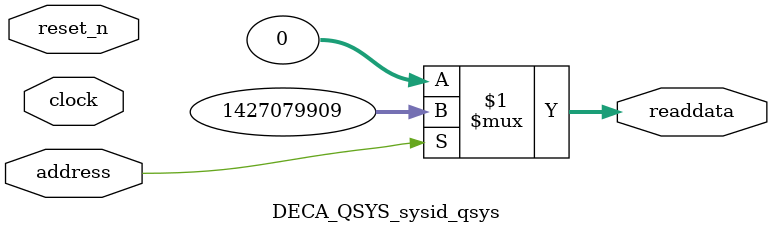
<source format=v>

`timescale 1ns / 1ps
// synthesis translate_on

// turn off superfluous verilog processor warnings 
// altera message_level Level1 
// altera message_off 10034 10035 10036 10037 10230 10240 10030 

module DECA_QSYS_sysid_qsys (
               // inputs:
                address,
                clock,
                reset_n,

               // outputs:
                readdata
             )
;

  output  [ 31: 0] readdata;
  input            address;
  input            clock;
  input            reset_n;

  wire    [ 31: 0] readdata;
  //control_slave, which is an e_avalon_slave
  assign readdata = address ? 1427079909 : 0;

endmodule




</source>
